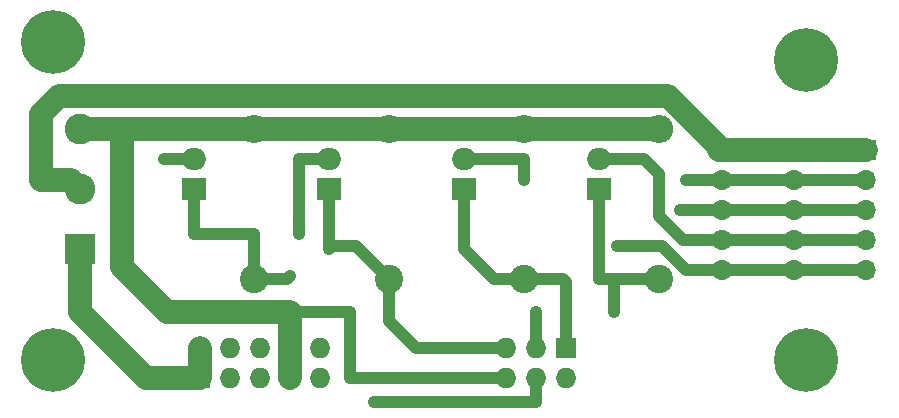
<source format=gbr>
G04 #@! TF.FileFunction,Copper,L2,Bot,Signal*
%FSLAX46Y46*%
G04 Gerber Fmt 4.6, Leading zero omitted, Abs format (unit mm)*
G04 Created by KiCad (PCBNEW 4.0.7) date Mon Dec 17 23:28:13 2018*
%MOMM*%
%LPD*%
G01*
G04 APERTURE LIST*
%ADD10C,0.100000*%
%ADD11C,5.400000*%
%ADD12R,1.700000X1.700000*%
%ADD13O,1.700000X1.700000*%
%ADD14R,2.000000X1.905000*%
%ADD15O,2.000000X1.905000*%
%ADD16C,2.400000*%
%ADD17O,2.400000X2.400000*%
%ADD18R,1.727200X1.727200*%
%ADD19O,1.727200X1.727200*%
%ADD20R,2.600000X2.600000*%
%ADD21C,2.600000*%
%ADD22C,0.600000*%
%ADD23C,2.000000*%
%ADD24C,1.000000*%
G04 APERTURE END LIST*
D10*
D11*
X158242000Y-132588000D03*
X221996000Y-107188000D03*
X221996000Y-132588000D03*
D12*
X214884000Y-114808000D03*
D13*
X214884000Y-117348000D03*
X214884000Y-119888000D03*
X214884000Y-122428000D03*
X214884000Y-124968000D03*
D14*
X170180000Y-118110000D03*
D15*
X170180000Y-115570000D03*
X170180000Y-113030000D03*
D14*
X181610000Y-118110000D03*
D15*
X181610000Y-115570000D03*
X181610000Y-113030000D03*
D14*
X204470000Y-118110000D03*
D15*
X204470000Y-115570000D03*
X204470000Y-113030000D03*
D14*
X193040000Y-118110000D03*
D15*
X193040000Y-115570000D03*
X193040000Y-113030000D03*
D16*
X175260000Y-125730000D03*
D17*
X175260000Y-113030000D03*
D16*
X186690000Y-125730000D03*
D17*
X186690000Y-113030000D03*
D16*
X209550000Y-125730000D03*
D17*
X209550000Y-113030000D03*
D16*
X198120000Y-125730000D03*
D17*
X198120000Y-113030000D03*
D11*
X158242000Y-105664000D03*
D18*
X201676000Y-131572000D03*
D19*
X201676000Y-134112000D03*
X199136000Y-131572000D03*
X199136000Y-134112000D03*
X196596000Y-131572000D03*
X196596000Y-134112000D03*
D12*
X220980000Y-114808000D03*
D13*
X220980000Y-117348000D03*
X220980000Y-119888000D03*
X220980000Y-122428000D03*
X220980000Y-124968000D03*
D12*
X227076000Y-114808000D03*
D13*
X227076000Y-117348000D03*
X227076000Y-119888000D03*
X227076000Y-122428000D03*
X227076000Y-124968000D03*
D20*
X160528000Y-123190000D03*
D21*
X160528000Y-118110000D03*
X160528000Y-113030000D03*
D18*
X170688000Y-134112000D03*
D19*
X170688000Y-131572000D03*
X173228000Y-134112000D03*
X173228000Y-131572000D03*
X175768000Y-134112000D03*
X175768000Y-131572000D03*
X178308000Y-134112000D03*
X178308000Y-131572000D03*
X180848000Y-134112000D03*
X180848000Y-131572000D03*
D22*
X205740000Y-128524000D03*
X199136000Y-128524000D03*
X178308000Y-125476000D03*
X185420000Y-136144000D03*
X211836000Y-117348000D03*
X198120000Y-117348000D03*
X167640000Y-115570000D03*
X211328000Y-119888000D03*
X214630000Y-121920000D03*
X179070000Y-121920000D03*
X205994000Y-122936000D03*
D23*
X159766000Y-117348000D02*
X157226000Y-117348000D01*
X157226000Y-117348000D02*
X157226000Y-111760000D01*
X157226000Y-111760000D02*
X158750000Y-110236000D01*
X158750000Y-110236000D02*
X210312000Y-110236000D01*
X210312000Y-110236000D02*
X214884000Y-114808000D01*
X159766000Y-117348000D02*
X160528000Y-118110000D01*
X214630000Y-114808000D02*
X220980000Y-114808000D01*
X220980000Y-114808000D02*
X227076000Y-114808000D01*
X164084000Y-113030000D02*
X164084000Y-124714000D01*
X167894000Y-128524000D02*
X178308000Y-128524000D01*
X164084000Y-124714000D02*
X167894000Y-128524000D01*
X160528000Y-113030000D02*
X164084000Y-113030000D01*
X164084000Y-113030000D02*
X170180000Y-113030000D01*
D24*
X196596000Y-134112000D02*
X183388000Y-134112000D01*
X183388000Y-134112000D02*
X183388000Y-128524000D01*
X183388000Y-128524000D02*
X178308000Y-128524000D01*
D23*
X178308000Y-131572000D02*
X178308000Y-128524000D01*
X178308000Y-134112000D02*
X178308000Y-131572000D01*
X204470000Y-113030000D02*
X209550000Y-113030000D01*
X198120000Y-113030000D02*
X204470000Y-113030000D01*
X193040000Y-113030000D02*
X198120000Y-113030000D01*
X186690000Y-113030000D02*
X193040000Y-113030000D01*
X181610000Y-113030000D02*
X186690000Y-113030000D01*
X175260000Y-113030000D02*
X181610000Y-113030000D01*
X170180000Y-113030000D02*
X175260000Y-113030000D01*
X209550000Y-113030000D02*
X209550000Y-113030000D01*
D24*
X198120000Y-125730000D02*
X201422000Y-125730000D01*
X201676000Y-125984000D02*
X201676000Y-131572000D01*
X201422000Y-125730000D02*
X201676000Y-125984000D01*
X193040000Y-118110000D02*
X193040000Y-123190000D01*
X193040000Y-123190000D02*
X195580000Y-125730000D01*
X195580000Y-125730000D02*
X198120000Y-125730000D01*
X199136000Y-131572000D02*
X199136000Y-128524000D01*
X205740000Y-128524000D02*
X205740000Y-125730000D01*
X205740000Y-125730000D02*
X205740000Y-125984000D01*
X205740000Y-125984000D02*
X205740000Y-125730000D01*
X209550000Y-125730000D02*
X205740000Y-125730000D01*
X205740000Y-125730000D02*
X204470000Y-125730000D01*
X204470000Y-125730000D02*
X204470000Y-118110000D01*
X181610000Y-122936000D02*
X183896000Y-122936000D01*
X183896000Y-122936000D02*
X186690000Y-125730000D01*
X186690000Y-125730000D02*
X186690000Y-129286000D01*
X186690000Y-129286000D02*
X188976000Y-131572000D01*
X188976000Y-131572000D02*
X196596000Y-131572000D01*
X181610000Y-123190000D02*
X181610000Y-122936000D01*
X181610000Y-122936000D02*
X181610000Y-118110000D01*
X199136000Y-134112000D02*
X199136000Y-136144000D01*
X178054000Y-125730000D02*
X175260000Y-125730000D01*
X178308000Y-125476000D02*
X178054000Y-125730000D01*
X199136000Y-136144000D02*
X185420000Y-136144000D01*
X170180000Y-121920000D02*
X175260000Y-121920000D01*
X175260000Y-121920000D02*
X175260000Y-125730000D01*
X170180000Y-118110000D02*
X170180000Y-121920000D01*
X193040000Y-115570000D02*
X198120000Y-115570000D01*
X211836000Y-117348000D02*
X214884000Y-117348000D01*
X198120000Y-115570000D02*
X198120000Y-117348000D01*
X214630000Y-117348000D02*
X220980000Y-117348000D01*
X220980000Y-117348000D02*
X227076000Y-117348000D01*
X214884000Y-119888000D02*
X211328000Y-119888000D01*
X167640000Y-115570000D02*
X170180000Y-115570000D01*
X220980000Y-119888000D02*
X214884000Y-119888000D01*
X220980000Y-119888000D02*
X227076000Y-119888000D01*
X209550000Y-116840000D02*
X209550000Y-120396000D01*
X204470000Y-115570000D02*
X208280000Y-115570000D01*
X208280000Y-115570000D02*
X209550000Y-116840000D01*
X211582000Y-122428000D02*
X214884000Y-122428000D01*
X209550000Y-120396000D02*
X211582000Y-122428000D01*
X214630000Y-122428000D02*
X220980000Y-122428000D01*
X220980000Y-122428000D02*
X227076000Y-122428000D01*
X214884000Y-124968000D02*
X211836000Y-124968000D01*
X179070000Y-115570000D02*
X181610000Y-115570000D01*
X179070000Y-115570000D02*
X179070000Y-121920000D01*
X209804000Y-122936000D02*
X205994000Y-122936000D01*
X211836000Y-124968000D02*
X209804000Y-122936000D01*
X214630000Y-124968000D02*
X220980000Y-124968000D01*
X220980000Y-124968000D02*
X227076000Y-124968000D01*
D23*
X160528000Y-123190000D02*
X160528000Y-128524000D01*
X166116000Y-134112000D02*
X170688000Y-134112000D01*
X160528000Y-128524000D02*
X166116000Y-134112000D01*
X170688000Y-134112000D02*
X170688000Y-131572000D01*
M02*

</source>
